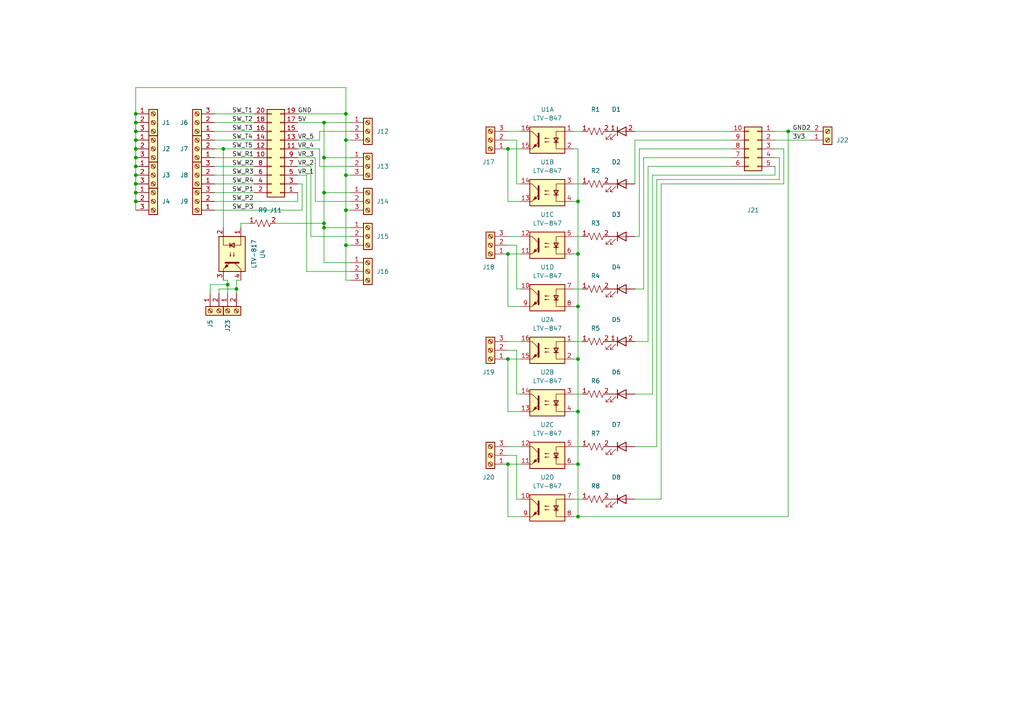
<source format=kicad_sch>
(kicad_sch (version 20230121) (generator eeschema)
  (paper "A4")
  (lib_symbols
    (symbol "Connector:Screw_Terminal_01x02" (pin_names (offset 1.016) hide)
      (property "Reference" "J" (at 0 2.54 0))
      (property "Value" "Screw_Terminal_01x02" (at 0 -5.08 0))
      (symbol "Screw_Terminal_01x02_1_1"
        (rectangle (start -1.27 1.27) (end 1.27 -3.81) (stroke (width 0.254)) (fill (type background)))
        (circle (center 0 -2.54) (radius 0.635) (stroke (width 0.1524)))
        (polyline (pts (xy -0.5334 -2.2098) (xy 0.3302 -3.048)) (stroke (width 0.1524)))
        (polyline (pts (xy -0.5334 0.3302) (xy 0.3302 -0.508)) (stroke (width 0.1524)))
        (polyline (pts (xy -0.3556 -2.032) (xy 0.508 -2.8702)) (stroke (width 0.1524)))
        (polyline (pts (xy -0.3556 0.508) (xy 0.508 -0.3302)) (stroke (width 0.1524)))
        (circle (center 0 0) (radius 0.635) (stroke (width 0.1524)))
        (pin passive line (at -5.08 0 0) (length 3.81) (name "Pin_1") (number "1"))
        (pin passive line (at -5.08 -2.54 0) (length 3.81) (name "Pin_2") (number "2"))
      )
    )
    (symbol "Connector:Screw_Terminal_01x03" (pin_names (offset 1.016) hide)
      (property "Reference" "J" (at 0 5.08 0))
      (property "Value" "Screw_Terminal_01x03" (at 0 -5.08 0))
      (symbol "Screw_Terminal_01x03_1_1"
        (rectangle (start -1.27 3.81) (end 1.27 -3.81) (stroke (width 0.254)) (fill (type background)))
        (circle (center 0 -2.54) (radius 0.635) (stroke (width 0.1524)))
        (polyline (pts (xy -0.5334 -2.2098) (xy 0.3302 -3.048)) (stroke (width 0.1524)))
        (polyline (pts (xy -0.5334 0.3302) (xy 0.3302 -0.508)) (stroke (width 0.1524)))
        (polyline (pts (xy -0.5334 2.8702) (xy 0.3302 2.032)) (stroke (width 0.1524)))
        (polyline (pts (xy -0.3556 -2.032) (xy 0.508 -2.8702)) (stroke (width 0.1524)))
        (polyline (pts (xy -0.3556 0.508) (xy 0.508 -0.3302)) (stroke (width 0.1524)))
        (polyline (pts (xy -0.3556 3.048) (xy 0.508 2.2098)) (stroke (width 0.1524)))
        (circle (center 0 0) (radius 0.635) (stroke (width 0.1524)))
        (circle (center 0 2.54) (radius 0.635) (stroke (width 0.1524)))
        (pin passive line (at -5.08 2.54 0) (length 3.81) (name "Pin_1") (number "1"))
        (pin passive line (at -5.08 0 0) (length 3.81) (name "Pin_2") (number "2"))
        (pin passive line (at -5.08 -2.54 0) (length 3.81) (name "Pin_3") (number "3"))
      )
    )
    (symbol "Connector_Generic:Conn_02x05_Counter_Clockwise" (pin_names (offset 1.016) hide)
      (property "Reference" "J" (at 1.27 7.62 0))
      (property "Value" "Conn_02x05_Counter_Clockwise" (at 1.27 -7.62 0))
      (symbol "Conn_02x05_Counter_Clockwise_1_1"
        (rectangle (start -1.27 -4.953) (end 0 -5.207) (stroke (width 0.1524)))
        (rectangle (start -1.27 -2.413) (end 0 -2.667) (stroke (width 0.1524)))
        (rectangle (start -1.27 0.127) (end 0 -0.127) (stroke (width 0.1524)))
        (rectangle (start -1.27 2.667) (end 0 2.413) (stroke (width 0.1524)))
        (rectangle (start -1.27 5.207) (end 0 4.953) (stroke (width 0.1524)))
        (rectangle (start -1.27 6.35) (end 3.81 -6.35) (stroke (width 0.254)) (fill (type background)))
        (rectangle (start 3.81 -4.953) (end 2.54 -5.207) (stroke (width 0.1524)))
        (rectangle (start 3.81 -2.413) (end 2.54 -2.667) (stroke (width 0.1524)))
        (rectangle (start 3.81 0.127) (end 2.54 -0.127) (stroke (width 0.1524)))
        (rectangle (start 3.81 2.667) (end 2.54 2.413) (stroke (width 0.1524)))
        (rectangle (start 3.81 5.207) (end 2.54 4.953) (stroke (width 0.1524)))
        (pin passive line (at -5.08 5.08 0) (length 3.81) (name "Pin_1") (number "1"))
        (pin passive line (at 7.62 5.08 180) (length 3.81) (name "Pin_10") (number "10"))
        (pin passive line (at -5.08 2.54 0) (length 3.81) (name "Pin_2") (number "2"))
        (pin passive line (at -5.08 0 0) (length 3.81) (name "Pin_3") (number "3"))
        (pin passive line (at -5.08 -2.54 0) (length 3.81) (name "Pin_4") (number "4"))
        (pin passive line (at -5.08 -5.08 0) (length 3.81) (name "Pin_5") (number "5"))
        (pin passive line (at 7.62 -5.08 180) (length 3.81) (name "Pin_6") (number "6"))
        (pin passive line (at 7.62 -2.54 180) (length 3.81) (name "Pin_7") (number "7"))
        (pin passive line (at 7.62 0 180) (length 3.81) (name "Pin_8") (number "8"))
        (pin passive line (at 7.62 2.54 180) (length 3.81) (name "Pin_9") (number "9"))
      )
    )
    (symbol "Connector_Generic:Conn_02x10_Odd_Even" (pin_names (offset 1.016) hide)
      (property "Reference" "J" (at 1.27 12.7 0))
      (property "Value" "Conn_02x10_Odd_Even" (at 1.27 -15.24 0))
      (symbol "Conn_02x10_Odd_Even_1_1"
        (rectangle (start -1.27 -12.573) (end 0 -12.827) (stroke (width 0.1524)))
        (rectangle (start -1.27 -10.033) (end 0 -10.287) (stroke (width 0.1524)))
        (rectangle (start -1.27 -7.493) (end 0 -7.747) (stroke (width 0.1524)))
        (rectangle (start -1.27 -4.953) (end 0 -5.207) (stroke (width 0.1524)))
        (rectangle (start -1.27 -2.413) (end 0 -2.667) (stroke (width 0.1524)))
        (rectangle (start -1.27 0.127) (end 0 -0.127) (stroke (width 0.1524)))
        (rectangle (start -1.27 2.667) (end 0 2.413) (stroke (width 0.1524)))
        (rectangle (start -1.27 5.207) (end 0 4.953) (stroke (width 0.1524)))
        (rectangle (start -1.27 7.747) (end 0 7.493) (stroke (width 0.1524)))
        (rectangle (start -1.27 10.287) (end 0 10.033) (stroke (width 0.1524)))
        (rectangle (start -1.27 11.43) (end 3.81 -13.97) (stroke (width 0.254)) (fill (type background)))
        (rectangle (start 3.81 -12.573) (end 2.54 -12.827) (stroke (width 0.1524)))
        (rectangle (start 3.81 -10.033) (end 2.54 -10.287) (stroke (width 0.1524)))
        (rectangle (start 3.81 -7.493) (end 2.54 -7.747) (stroke (width 0.1524)))
        (rectangle (start 3.81 -4.953) (end 2.54 -5.207) (stroke (width 0.1524)))
        (rectangle (start 3.81 -2.413) (end 2.54 -2.667) (stroke (width 0.1524)))
        (rectangle (start 3.81 0.127) (end 2.54 -0.127) (stroke (width 0.1524)))
        (rectangle (start 3.81 2.667) (end 2.54 2.413) (stroke (width 0.1524)))
        (rectangle (start 3.81 5.207) (end 2.54 4.953) (stroke (width 0.1524)))
        (rectangle (start 3.81 7.747) (end 2.54 7.493) (stroke (width 0.1524)))
        (rectangle (start 3.81 10.287) (end 2.54 10.033) (stroke (width 0.1524)))
        (pin passive line (at -5.08 10.16 0) (length 3.81) (name "Pin_1") (number "1"))
        (pin passive line (at 7.62 0 180) (length 3.81) (name "Pin_10") (number "10"))
        (pin passive line (at -5.08 -2.54 0) (length 3.81) (name "Pin_11") (number "11"))
        (pin passive line (at 7.62 -2.54 180) (length 3.81) (name "Pin_12") (number "12"))
        (pin passive line (at -5.08 -5.08 0) (length 3.81) (name "Pin_13") (number "13"))
        (pin passive line (at 7.62 -5.08 180) (length 3.81) (name "Pin_14") (number "14"))
        (pin passive line (at -5.08 -7.62 0) (length 3.81) (name "Pin_15") (number "15"))
        (pin passive line (at 7.62 -7.62 180) (length 3.81) (name "Pin_16") (number "16"))
        (pin passive line (at -5.08 -10.16 0) (length 3.81) (name "Pin_17") (number "17"))
        (pin passive line (at 7.62 -10.16 180) (length 3.81) (name "Pin_18") (number "18"))
        (pin passive line (at -5.08 -12.7 0) (length 3.81) (name "Pin_19") (number "19"))
        (pin passive line (at 7.62 10.16 180) (length 3.81) (name "Pin_2") (number "2"))
        (pin passive line (at 7.62 -12.7 180) (length 3.81) (name "Pin_20") (number "20"))
        (pin passive line (at -5.08 7.62 0) (length 3.81) (name "Pin_3") (number "3"))
        (pin passive line (at 7.62 7.62 180) (length 3.81) (name "Pin_4") (number "4"))
        (pin passive line (at -5.08 5.08 0) (length 3.81) (name "Pin_5") (number "5"))
        (pin passive line (at 7.62 5.08 180) (length 3.81) (name "Pin_6") (number "6"))
        (pin passive line (at -5.08 2.54 0) (length 3.81) (name "Pin_7") (number "7"))
        (pin passive line (at 7.62 2.54 180) (length 3.81) (name "Pin_8") (number "8"))
        (pin passive line (at -5.08 0 0) (length 3.81) (name "Pin_9") (number "9"))
      )
    )
    (symbol "Device:LED" (pin_numbers hide) (pin_names (offset 1.016) hide)
      (property "Reference" "D" (at 0 2.54 0))
      (property "Value" "LED" (at 0 -2.54 0))
      (symbol "LED_0_1"
        (polyline (pts (xy -1.27 -1.27) (xy -1.27 1.27)) (stroke (width 0.254)))
        (polyline (pts (xy -1.27 0) (xy 1.27 0)))
        (polyline (pts (xy 1.27 -1.27) (xy 1.27 1.27) (xy -1.27 0) (xy 1.27 -1.27)) (stroke (width 0.254)))
        (polyline (pts (xy -3.048 -0.762) (xy -4.572 -2.286) (xy -3.81 -2.286) (xy -4.572 -2.286) (xy -4.572 -1.524)))
        (polyline (pts (xy -1.778 -0.762) (xy -3.302 -2.286) (xy -2.54 -2.286) (xy -3.302 -2.286) (xy -3.302 -1.524)))
      )
      (symbol "LED_1_1"
        (pin passive line (at -3.81 0 0) (length 2.54) (name "K") (number "1"))
        (pin passive line (at 3.81 0 180) (length 2.54) (name "A") (number "2"))
      )
    )
    (symbol "Device:R_US" (pin_names (offset 0))
      (property "Reference" "R" (at 2.54 0 90))
      (property "Value" "R_US" (at -2.54 0 90))
      (symbol "R_US_0_1"
        (polyline (pts (xy 0 -2.286) (xy 0 -2.54)))
        (polyline (pts (xy 0 2.286) (xy 0 2.54)))
        (polyline (pts (xy 0 -0.762) (xy 1.016 -1.143) (xy 0 -1.524) (xy -1.016 -1.905) (xy 0 -2.286)))
        (polyline (pts (xy 0 0.762) (xy 1.016 0.381) (xy 0 0) (xy -1.016 -0.381) (xy 0 -0.762)))
        (polyline (pts (xy 0 2.286) (xy 1.016 1.905) (xy 0 1.524) (xy -1.016 1.143) (xy 0 0.762)))
      )
      (symbol "R_US_1_1"
        (pin passive line (at 0 3.81 270) (length 1.27) (name "~") (number "1"))
        (pin passive line (at 0 -3.81 90) (length 1.27) (name "~") (number "2"))
      )
    )
    (symbol "Isolator:LTV-817" (pin_names (offset 1.016))
      (property "Reference" "U" (at -5.08 5.08 0))
      (property "Value" "LTV-817" (at 0 5.08 0))
      (symbol "LTV-817_0_1"
        (rectangle (start -5.08 3.81) (end 5.08 -3.81) (stroke (width 0.254)) (fill (type background)))
        (polyline (pts (xy -3.175 -0.635) (xy -1.905 -0.635)) (stroke (width 0.254)))
        (polyline (pts (xy 2.54 0.635) (xy 4.445 2.54)))
        (polyline (pts (xy 4.445 -2.54) (xy 2.54 -0.635)) (fill (type outline)))
        (polyline (pts (xy 4.445 -2.54) (xy 5.08 -2.54)))
        (polyline (pts (xy 4.445 2.54) (xy 5.08 2.54)))
        (polyline (pts (xy -5.08 2.54) (xy -2.54 2.54) (xy -2.54 -0.762)))
        (polyline (pts (xy -2.54 -0.635) (xy -2.54 -2.54) (xy -5.08 -2.54)))
        (polyline (pts (xy 2.54 1.905) (xy 2.54 -1.905) (xy 2.54 -1.905)) (stroke (width 0.508)))
        (polyline (pts (xy -2.54 -0.635) (xy -3.175 0.635) (xy -1.905 0.635) (xy -2.54 -0.635)) (stroke (width 0.254)))
        (polyline (pts (xy -0.508 -0.508) (xy 0.762 -0.508) (xy 0.381 -0.635) (xy 0.381 -0.381) (xy 0.762 -0.508)))
        (polyline (pts (xy -0.508 0.508) (xy 0.762 0.508) (xy 0.381 0.381) (xy 0.381 0.635) (xy 0.762 0.508)))
        (polyline (pts (xy 3.048 -1.651) (xy 3.556 -1.143) (xy 4.064 -2.159) (xy 3.048 -1.651) (xy 3.048 -1.651)) (fill (type outline)))
      )
      (symbol "LTV-817_1_1"
        (pin passive line (at -7.62 2.54 0) (length 2.54) (name "~") (number "1"))
        (pin passive line (at -7.62 -2.54 0) (length 2.54) (name "~") (number "2"))
        (pin passive line (at 7.62 -2.54 180) (length 2.54) (name "~") (number "3"))
        (pin passive line (at 7.62 2.54 180) (length 2.54) (name "~") (number "4"))
      )
    )
    (symbol "Isolator:LTV-847" (pin_names (offset 1.016))
      (property "Reference" "U" (at -5.08 5.08 0))
      (property "Value" "LTV-847" (at 0 5.08 0))
      (symbol "LTV-847_0_1"
        (rectangle (start -5.08 3.81) (end 5.08 -3.81) (stroke (width 0.254)) (fill (type background)))
        (polyline (pts (xy -3.175 -0.635) (xy -1.905 -0.635)) (stroke (width 0.254)))
        (polyline (pts (xy 2.54 0.635) (xy 4.445 2.54)))
        (polyline (pts (xy 4.445 -2.54) (xy 2.54 -0.635)) (fill (type outline)))
        (polyline (pts (xy 4.445 -2.54) (xy 5.08 -2.54)))
        (polyline (pts (xy 4.445 2.54) (xy 5.08 2.54)))
        (polyline (pts (xy -2.54 -0.635) (xy -2.54 -2.54) (xy -5.08 -2.54)))
        (polyline (pts (xy 2.54 1.905) (xy 2.54 -1.905) (xy 2.54 -1.905)) (stroke (width 0.508)))
        (polyline (pts (xy -5.08 2.54) (xy -2.54 2.54) (xy -2.54 -1.27) (xy -2.54 0.635)))
        (polyline (pts (xy -2.54 -0.635) (xy -3.175 0.635) (xy -1.905 0.635) (xy -2.54 -0.635)) (stroke (width 0.254)))
        (polyline (pts (xy -0.508 -0.508) (xy 0.762 -0.508) (xy 0.381 -0.635) (xy 0.381 -0.381) (xy 0.762 -0.508)))
        (polyline (pts (xy -0.508 0.508) (xy 0.762 0.508) (xy 0.381 0.381) (xy 0.381 0.635) (xy 0.762 0.508)))
        (polyline (pts (xy 3.048 -1.651) (xy 3.556 -1.143) (xy 4.064 -2.159) (xy 3.048 -1.651) (xy 3.048 -1.651)) (fill (type outline)))
      )
      (symbol "LTV-847_1_1"
        (pin passive line (at -7.62 2.54 0) (length 2.54) (name "~") (number "1"))
        (pin passive line (at 7.62 -2.54 180) (length 2.54) (name "~") (number "15"))
        (pin passive line (at 7.62 2.54 180) (length 2.54) (name "~") (number "16"))
        (pin passive line (at -7.62 -2.54 0) (length 2.54) (name "~") (number "2"))
      )
      (symbol "LTV-847_2_1"
        (pin passive line (at 7.62 -2.54 180) (length 2.54) (name "~") (number "13"))
        (pin passive line (at 7.62 2.54 180) (length 2.54) (name "~") (number "14"))
        (pin passive line (at -7.62 2.54 0) (length 2.54) (name "~") (number "3"))
        (pin passive line (at -7.62 -2.54 0) (length 2.54) (name "~") (number "4"))
      )
      (symbol "LTV-847_3_1"
        (pin passive line (at 7.62 -2.54 180) (length 2.54) (name "~") (number "11"))
        (pin passive line (at 7.62 2.54 180) (length 2.54) (name "~") (number "12"))
        (pin passive line (at -7.62 2.54 0) (length 2.54) (name "~") (number "5"))
        (pin passive line (at -7.62 -2.54 0) (length 2.54) (name "~") (number "6"))
      )
      (symbol "LTV-847_4_1"
        (pin passive line (at 7.62 2.54 180) (length 2.54) (name "~") (number "10"))
        (pin passive line (at -7.62 2.54 0) (length 2.54) (name "~") (number "7"))
        (pin passive line (at -7.62 -2.54 0) (length 2.54) (name "~") (number "8"))
        (pin passive line (at 7.62 -2.54 180) (length 2.54) (name "~") (number "9"))
      )
    )
    (symbol "LED_1" (pin_names (offset 1.016) hide)
      (property "Reference" "D" (at 0 2.54 0))
      (property "Value" "LED_1" (at 0 -2.54 0))
      (symbol "LED_1_0_1"
        (polyline (pts (xy -1.27 -1.27) (xy -1.27 1.27)) (stroke (width 0.254)))
        (polyline (pts (xy -1.27 0) (xy 1.27 0)))
        (polyline (pts (xy 1.27 -1.27) (xy 1.27 1.27) (xy -1.27 0) (xy 1.27 -1.27)) (stroke (width 0.254)))
        (polyline (pts (xy -3.048 -0.762) (xy -4.572 -2.286) (xy -3.81 -2.286) (xy -4.572 -2.286) (xy -4.572 -1.524)))
        (polyline (pts (xy -1.778 -0.762) (xy -3.302 -2.286) (xy -2.54 -2.286) (xy -3.302 -2.286) (xy -3.302 -1.524)))
      )
      (symbol "LED_1_1_1"
        (pin passive line (at -3.81 0 0) (length 2.54) (name "K") (number "1"))
        (pin passive line (at 3.81 0 180) (length 2.54) (name "A") (number "2"))
      )
    )
    (symbol "LED_2" (pin_names (offset 1.016) hide)
      (property "Reference" "D" (at 0 2.54 0))
      (property "Value" "LED_2" (at 0 -2.54 0))
      (symbol "LED_2_0_1"
        (polyline (pts (xy -1.27 -1.27) (xy -1.27 1.27)) (stroke (width 0.254)))
        (polyline (pts (xy -1.27 0) (xy 1.27 0)))
        (polyline (pts (xy 1.27 -1.27) (xy 1.27 1.27) (xy -1.27 0) (xy 1.27 -1.27)) (stroke (width 0.254)))
        (polyline (pts (xy -3.048 -0.762) (xy -4.572 -2.286) (xy -3.81 -2.286) (xy -4.572 -2.286) (xy -4.572 -1.524)))
        (polyline (pts (xy -1.778 -0.762) (xy -3.302 -2.286) (xy -2.54 -2.286) (xy -3.302 -2.286) (xy -3.302 -1.524)))
      )
      (symbol "LED_2_1_1"
        (pin passive line (at -3.81 0 0) (length 2.54) (name "K") (number "1"))
        (pin passive line (at 3.81 0 180) (length 2.54) (name "A") (number "2"))
      )
    )
    (symbol "R_US_1" (pin_names (offset 0))
      (property "Reference" "R" (at 2.54 0 90))
      (property "Value" "R_US_1" (at -2.54 0 90))
      (symbol "R_US_1_0_1"
        (polyline (pts (xy 0 -2.286) (xy 0 -2.54)))
        (polyline (pts (xy 0 2.286) (xy 0 2.54)))
        (polyline (pts (xy 0 -0.762) (xy 1.016 -1.143) (xy 0 -1.524) (xy -1.016 -1.905) (xy 0 -2.286)))
        (polyline (pts (xy 0 0.762) (xy 1.016 0.381) (xy 0 0) (xy -1.016 -0.381) (xy 0 -0.762)))
        (polyline (pts (xy 0 2.286) (xy 1.016 1.905) (xy 0 1.524) (xy -1.016 1.143) (xy 0 0.762)))
      )
      (symbol "R_US_1_1_1"
        (pin passive line (at 0 3.81 270) (length 1.27) (name "~") (number "1"))
        (pin passive line (at 0 -3.81 90) (length 1.27) (name "~") (number "2"))
      )
    )
    (symbol "R_US_2" (pin_names (offset 0))
      (property "Reference" "R" (at 2.54 0 90))
      (property "Value" "R_US_2" (at -2.54 0 90))
      (symbol "R_US_2_0_1"
        (polyline (pts (xy 0 -2.286) (xy 0 -2.54)))
        (polyline (pts (xy 0 2.286) (xy 0 2.54)))
        (polyline (pts (xy 0 -0.762) (xy 1.016 -1.143) (xy 0 -1.524) (xy -1.016 -1.905) (xy 0 -2.286)))
        (polyline (pts (xy 0 0.762) (xy 1.016 0.381) (xy 0 0) (xy -1.016 -0.381) (xy 0 -0.762)))
        (polyline (pts (xy 0 2.286) (xy 1.016 1.905) (xy 0 1.524) (xy -1.016 1.143) (xy 0 0.762)))
      )
      (symbol "R_US_2_1_1"
        (pin passive line (at 0 3.81 270) (length 1.27) (name "~") (number "1"))
        (pin passive line (at 0 -3.81 90) (length 1.27) (name "~") (number "2"))
      )
    )
    (symbol "R_US_3" (pin_names (offset 0))
      (property "Reference" "R" (at 2.54 0 90))
      (property "Value" "R_US_3" (at -2.54 0 90))
      (symbol "R_US_3_0_1"
        (polyline (pts (xy 0 -2.286) (xy 0 -2.54)))
        (polyline (pts (xy 0 2.286) (xy 0 2.54)))
        (polyline (pts (xy 0 -0.762) (xy 1.016 -1.143) (xy 0 -1.524) (xy -1.016 -1.905) (xy 0 -2.286)))
        (polyline (pts (xy 0 0.762) (xy 1.016 0.381) (xy 0 0) (xy -1.016 -0.381) (xy 0 -0.762)))
        (polyline (pts (xy 0 2.286) (xy 1.016 1.905) (xy 0 1.524) (xy -1.016 1.143) (xy 0 0.762)))
      )
      (symbol "R_US_3_1_1"
        (pin passive line (at 0 3.81 270) (length 1.27) (name "~") (number "1"))
        (pin passive line (at 0 -3.81 90) (length 1.27) (name "~") (number "2"))
      )
    )
    (symbol "R_US_4" (pin_names (offset 0))
      (property "Reference" "R" (at 2.54 0 90))
      (property "Value" "R_US_4" (at -2.54 0 90))
      (symbol "R_US_4_0_1"
        (polyline (pts (xy 0 -2.286) (xy 0 -2.54)))
        (polyline (pts (xy 0 2.286) (xy 0 2.54)))
        (polyline (pts (xy 0 -0.762) (xy 1.016 -1.143) (xy 0 -1.524) (xy -1.016 -1.905) (xy 0 -2.286)))
        (polyline (pts (xy 0 0.762) (xy 1.016 0.381) (xy 0 0) (xy -1.016 -0.381) (xy 0 -0.762)))
        (polyline (pts (xy 0 2.286) (xy 1.016 1.905) (xy 0 1.524) (xy -1.016 1.143) (xy 0 0.762)))
      )
      (symbol "R_US_4_1_1"
        (pin passive line (at 0 3.81 270) (length 1.27) (name "~") (number "1"))
        (pin passive line (at 0 -3.81 90) (length 1.27) (name "~") (number "2"))
      )
    )
    (symbol "R_US_5" (pin_names (offset 0))
      (property "Reference" "R" (at 2.54 0 90))
      (property "Value" "R_US_5" (at -2.54 0 90))
      (symbol "R_US_5_0_1"
        (polyline (pts (xy 0 -2.286) (xy 0 -2.54)))
        (polyline (pts (xy 0 2.286) (xy 0 2.54)))
        (polyline (pts (xy 0 -0.762) (xy 1.016 -1.143) (xy 0 -1.524) (xy -1.016 -1.905) (xy 0 -2.286)))
        (polyline (pts (xy 0 0.762) (xy 1.016 0.381) (xy 0 0) (xy -1.016 -0.381) (xy 0 -0.762)))
        (polyline (pts (xy 0 2.286) (xy 1.016 1.905) (xy 0 1.524) (xy -1.016 1.143) (xy 0 0.762)))
      )
      (symbol "R_US_5_1_1"
        (pin passive line (at 0 3.81 270) (length 1.27) (name "~") (number "1"))
        (pin passive line (at 0 -3.81 90) (length 1.27) (name "~") (number "2"))
      )
    )
    (symbol "R_US_6" (pin_names (offset 0))
      (property "Reference" "R" (at 2.54 0 90))
      (property "Value" "R_US_6" (at -2.54 0 90))
      (symbol "R_US_6_0_1"
        (polyline (pts (xy 0 -2.286) (xy 0 -2.54)))
        (polyline (pts (xy 0 2.286) (xy 0 2.54)))
        (polyline (pts (xy 0 -0.762) (xy 1.016 -1.143) (xy 0 -1.524) (xy -1.016 -1.905) (xy 0 -2.286)))
        (polyline (pts (xy 0 0.762) (xy 1.016 0.381) (xy 0 0) (xy -1.016 -0.381) (xy 0 -0.762)))
        (polyline (pts (xy 0 2.286) (xy 1.016 1.905) (xy 0 1.524) (xy -1.016 1.143) (xy 0 0.762)))
      )
      (symbol "R_US_6_1_1"
        (pin passive line (at 0 3.81 270) (length 1.27) (name "~") (number "1"))
        (pin passive line (at 0 -3.81 90) (length 1.27) (name "~") (number "2"))
      )
    )
    (symbol "R_US_7" (pin_names (offset 0))
      (property "Reference" "R" (at 2.54 0 90))
      (property "Value" "R_US_7" (at -2.54 0 90))
      (symbol "R_US_7_0_1"
        (polyline (pts (xy 0 -2.286) (xy 0 -2.54)))
        (polyline (pts (xy 0 2.286) (xy 0 2.54)))
        (polyline (pts (xy 0 -0.762) (xy 1.016 -1.143) (xy 0 -1.524) (xy -1.016 -1.905) (xy 0 -2.286)))
        (polyline (pts (xy 0 0.762) (xy 1.016 0.381) (xy 0 0) (xy -1.016 -0.381) (xy 0 -0.762)))
        (polyline (pts (xy 0 2.286) (xy 1.016 1.905) (xy 0 1.524) (xy -1.016 1.143) (xy 0 0.762)))
      )
      (symbol "R_US_7_1_1"
        (pin passive line (at 0 3.81 270) (length 1.27) (name "~") (number "1"))
        (pin passive line (at 0 -3.81 90) (length 1.27) (name "~") (number "2"))
      )
    )
  )
  (junction (at 100.33 40.64))
  (junction (at 93.98 64.77))
  (junction (at 147.32 134.62))
  (junction (at 39.37 40.64))
  (junction (at 39.37 53.34))
  (junction (at 93.98 66.04))
  (junction (at 100.33 33.02))
  (junction (at 167.64 88.9))
  (junction (at 39.37 43.18))
  (junction (at 93.98 45.72))
  (junction (at 167.64 134.62))
  (junction (at 39.37 50.8))
  (junction (at 228.6 38.1))
  (junction (at 66.04 82.55))
  (junction (at 39.37 55.88))
  (junction (at 39.37 48.26))
  (junction (at 147.32 104.14))
  (junction (at 64.77 43.18))
  (junction (at 100.33 50.8))
  (junction (at 93.98 35.56))
  (junction (at 39.37 33.02))
  (junction (at 167.64 58.42))
  (junction (at 147.32 43.18))
  (junction (at 39.37 35.56))
  (junction (at 93.98 55.88))
  (junction (at 167.64 104.14))
  (junction (at 39.37 45.72))
  (junction (at 39.37 38.1))
  (junction (at 100.33 60.96))
  (junction (at 39.37 58.42))
  (junction (at 147.32 73.66))
  (junction (at 68.58 83.82))
  (junction (at 100.33 71.12))
  (junction (at 167.64 149.86))
  (junction (at 167.64 73.66))
  (junction (at 167.64 119.38))
  (wire (pts (xy 62.23 33.02) (xy 73.66 33.02)))
  (wire (pts (xy 190.5 52.07) (xy 190.5 129.54)))
  (wire (pts (xy 62.23 60.96) (xy 87.63 60.96)))
  (wire (pts (xy 184.15 38.1) (xy 212.09 38.1)))
  (wire (pts (xy 166.37 104.14) (xy 167.64 104.14)))
  (wire (pts (xy 39.37 35.56) (xy 39.37 38.1)))
  (wire (pts (xy 147.32 38.1) (xy 151.13 38.1)))
  (wire (pts (xy 69.85 64.77) (xy 72.39 64.77)))
  (wire (pts (xy 189.23 50.8) (xy 224.79 50.8)))
  (wire (pts (xy 228.6 149.86) (xy 228.6 38.1)))
  (wire (pts (xy 62.23 53.34) (xy 73.66 53.34)))
  (wire (pts (xy 147.32 119.38) (xy 151.13 119.38)))
  (wire (pts (xy 168.91 83.82) (xy 166.37 83.82)))
  (wire (pts (xy 86.36 35.56) (xy 93.98 35.56)))
  (wire (pts (xy 80.01 64.77) (xy 93.98 64.77)))
  (wire (pts (xy 167.64 73.66) (xy 167.64 88.9)))
  (wire (pts (xy 167.64 134.62) (xy 167.64 149.86)))
  (wire (pts (xy 88.9 78.74) (xy 88.9 50.8)))
  (wire (pts (xy 166.37 88.9) (xy 167.64 88.9)))
  (wire (pts (xy 149.86 144.78) (xy 149.86 132.08)))
  (wire (pts (xy 39.37 50.8) (xy 39.37 53.34)))
  (wire (pts (xy 166.37 58.42) (xy 167.64 58.42)))
  (wire (pts (xy 147.32 134.62) (xy 151.13 134.62)))
  (wire (pts (xy 147.32 43.18) (xy 147.32 58.42)))
  (wire (pts (xy 167.64 43.18) (xy 167.64 58.42)))
  (wire (pts (xy 93.98 55.88) (xy 93.98 64.77)))
  (wire (pts (xy 93.98 35.56) (xy 101.6 35.56)))
  (wire (pts (xy 68.58 83.82) (xy 68.58 85.09)))
  (wire (pts (xy 62.23 35.56) (xy 73.66 35.56)))
  (wire (pts (xy 167.64 88.9) (xy 167.64 104.14)))
  (wire (pts (xy 212.09 43.18) (xy 185.42 43.18)))
  (wire (pts (xy 224.79 45.72) (xy 226.06 45.72)))
  (wire (pts (xy 227.33 43.18) (xy 227.33 53.34)))
  (wire (pts (xy 226.06 52.07) (xy 190.5 52.07)))
  (wire (pts (xy 186.69 83.82) (xy 186.69 45.72)))
  (wire (pts (xy 151.13 53.34) (xy 149.86 53.34)))
  (wire (pts (xy 147.32 88.9) (xy 151.13 88.9)))
  (wire (pts (xy 101.6 81.28) (xy 100.33 81.28)))
  (wire (pts (xy 147.32 43.18) (xy 151.13 43.18)))
  (wire (pts (xy 90.17 48.26) (xy 86.36 48.26)))
  (wire (pts (xy 151.13 144.78) (xy 149.86 144.78)))
  (wire (pts (xy 62.23 38.1) (xy 73.66 38.1)))
  (wire (pts (xy 62.23 43.18) (xy 64.77 43.18)))
  (wire (pts (xy 39.37 40.64) (xy 39.37 43.18)))
  (wire (pts (xy 68.58 81.28) (xy 69.85 81.28)))
  (wire (pts (xy 93.98 64.77) (xy 93.98 66.04)))
  (wire (pts (xy 184.15 40.64) (xy 212.09 40.64)))
  (wire (pts (xy 91.44 58.42) (xy 91.44 45.72)))
  (wire (pts (xy 166.37 149.86) (xy 167.64 149.86)))
  (wire (pts (xy 100.33 33.02) (xy 100.33 40.64)))
  (wire (pts (xy 63.5 83.82) (xy 68.58 83.82)))
  (wire (pts (xy 60.96 82.55) (xy 66.04 82.55)))
  (wire (pts (xy 92.71 40.64) (xy 86.36 40.64)))
  (wire (pts (xy 66.04 81.28) (xy 66.04 82.55)))
  (wire (pts (xy 62.23 48.26) (xy 73.66 48.26)))
  (wire (pts (xy 224.79 48.26) (xy 224.79 50.8)))
  (wire (pts (xy 101.6 60.96) (xy 100.33 60.96)))
  (wire (pts (xy 39.37 55.88) (xy 39.37 58.42)))
  (wire (pts (xy 39.37 58.42) (xy 39.37 60.96)))
  (wire (pts (xy 187.96 48.26) (xy 187.96 99.06)))
  (wire (pts (xy 166.37 73.66) (xy 167.64 73.66)))
  (wire (pts (xy 93.98 45.72) (xy 93.98 55.88)))
  (wire (pts (xy 189.23 114.3) (xy 189.23 50.8)))
  (wire (pts (xy 151.13 149.86) (xy 147.32 149.86)))
  (wire (pts (xy 101.6 71.12) (xy 100.33 71.12)))
  (wire (pts (xy 168.91 114.3) (xy 166.37 114.3)))
  (wire (pts (xy 167.64 119.38) (xy 167.64 134.62)))
  (wire (pts (xy 168.91 38.1) (xy 166.37 38.1)))
  (wire (pts (xy 101.6 78.74) (xy 88.9 78.74)))
  (wire (pts (xy 100.33 71.12) (xy 100.33 81.28)))
  (wire (pts (xy 191.77 53.34) (xy 191.77 144.78)))
  (wire (pts (xy 147.32 101.6) (xy 149.86 101.6)))
  (wire (pts (xy 66.04 81.28) (xy 64.77 81.28)))
  (wire (pts (xy 62.23 40.64) (xy 73.66 40.64)))
  (wire (pts (xy 39.37 53.34) (xy 39.37 55.88)))
  (wire (pts (xy 189.23 114.3) (xy 184.15 114.3)))
  (wire (pts (xy 186.69 45.72) (xy 212.09 45.72)))
  (wire (pts (xy 184.15 83.82) (xy 186.69 83.82)))
  (wire (pts (xy 100.33 60.96) (xy 100.33 71.12)))
  (wire (pts (xy 101.6 50.8) (xy 100.33 50.8)))
  (wire (pts (xy 90.17 68.58) (xy 90.17 48.26)))
  (wire (pts (xy 86.36 33.02) (xy 100.33 33.02)))
  (wire (pts (xy 64.77 43.18) (xy 73.66 43.18)))
  (wire (pts (xy 228.6 38.1) (xy 234.95 38.1)))
  (wire (pts (xy 93.98 55.88) (xy 101.6 55.88)))
  (wire (pts (xy 226.06 45.72) (xy 226.06 52.07)))
  (wire (pts (xy 62.23 58.42) (xy 86.36 58.42)))
  (wire (pts (xy 92.71 43.18) (xy 86.36 43.18)))
  (wire (pts (xy 39.37 48.26) (xy 39.37 50.8)))
  (wire (pts (xy 147.32 99.06) (xy 151.13 99.06)))
  (wire (pts (xy 92.71 38.1) (xy 92.71 40.64)))
  (wire (pts (xy 190.5 129.54) (xy 184.15 129.54)))
  (wire (pts (xy 101.6 58.42) (xy 91.44 58.42)))
  (wire (pts (xy 168.91 99.06) (xy 166.37 99.06)))
  (wire (pts (xy 62.23 45.72) (xy 73.66 45.72)))
  (wire (pts (xy 187.96 99.06) (xy 184.15 99.06)))
  (wire (pts (xy 168.91 68.58) (xy 166.37 68.58)))
  (wire (pts (xy 185.42 43.18) (xy 185.42 68.58)))
  (wire (pts (xy 149.86 53.34) (xy 149.86 40.64)))
  (wire (pts (xy 167.64 104.14) (xy 167.64 119.38)))
  (wire (pts (xy 91.44 45.72) (xy 86.36 45.72)))
  (wire (pts (xy 101.6 40.64) (xy 100.33 40.64)))
  (wire (pts (xy 39.37 38.1) (xy 39.37 40.64)))
  (wire (pts (xy 166.37 43.18) (xy 167.64 43.18)))
  (wire (pts (xy 224.79 38.1) (xy 228.6 38.1)))
  (wire (pts (xy 151.13 83.82) (xy 149.86 83.82)))
  (wire (pts (xy 93.98 66.04) (xy 101.6 66.04)))
  (wire (pts (xy 66.04 82.55) (xy 66.04 85.09)))
  (wire (pts (xy 147.32 68.58) (xy 151.13 68.58)))
  (wire (pts (xy 100.33 40.64) (xy 100.33 50.8)))
  (wire (pts (xy 147.32 71.12) (xy 149.86 71.12)))
  (wire (pts (xy 227.33 53.34) (xy 191.77 53.34)))
  (wire (pts (xy 39.37 45.72) (xy 39.37 48.26)))
  (wire (pts (xy 100.33 25.4) (xy 100.33 33.02)))
  (wire (pts (xy 100.33 60.96) (xy 100.33 50.8)))
  (wire (pts (xy 64.77 43.18) (xy 64.77 66.04)))
  (wire (pts (xy 63.5 83.82) (xy 63.5 85.09)))
  (wire (pts (xy 93.98 76.2) (xy 101.6 76.2)))
  (wire (pts (xy 168.91 144.78) (xy 166.37 144.78)))
  (wire (pts (xy 184.15 40.64) (xy 184.15 53.34)))
  (wire (pts (xy 62.23 55.88) (xy 73.66 55.88)))
  (wire (pts (xy 147.32 129.54) (xy 151.13 129.54)))
  (wire (pts (xy 167.64 58.42) (xy 167.64 73.66)))
  (wire (pts (xy 212.09 48.26) (xy 187.96 48.26)))
  (wire (pts (xy 147.32 73.66) (xy 147.32 88.9)))
  (wire (pts (xy 60.96 85.09) (xy 60.96 82.55)))
  (wire (pts (xy 39.37 25.4) (xy 100.33 25.4)))
  (wire (pts (xy 147.32 134.62) (xy 147.32 149.86)))
  (wire (pts (xy 227.33 43.18) (xy 224.79 43.18)))
  (wire (pts (xy 92.71 48.26) (xy 92.71 43.18)))
  (wire (pts (xy 147.32 104.14) (xy 151.13 104.14)))
  (wire (pts (xy 167.64 149.86) (xy 228.6 149.86)))
  (wire (pts (xy 224.79 40.64) (xy 234.95 40.64)))
  (wire (pts (xy 101.6 38.1) (xy 92.71 38.1)))
  (wire (pts (xy 93.98 66.04) (xy 93.98 76.2)))
  (wire (pts (xy 168.91 53.34) (xy 166.37 53.34)))
  (wire (pts (xy 147.32 73.66) (xy 151.13 73.66)))
  (wire (pts (xy 149.86 71.12) (xy 149.86 83.82)))
  (wire (pts (xy 87.63 53.34) (xy 87.63 60.96)))
  (wire (pts (xy 151.13 114.3) (xy 149.86 114.3)))
  (wire (pts (xy 184.15 144.78) (xy 191.77 144.78)))
  (wire (pts (xy 147.32 58.42) (xy 151.13 58.42)))
  (wire (pts (xy 166.37 119.38) (xy 167.64 119.38)))
  (wire (pts (xy 69.85 64.77) (xy 69.85 66.04)))
  (wire (pts (xy 168.91 129.54) (xy 166.37 129.54)))
  (wire (pts (xy 88.9 50.8) (xy 86.36 50.8)))
  (wire (pts (xy 39.37 33.02) (xy 39.37 35.56)))
  (wire (pts (xy 101.6 68.58) (xy 90.17 68.58)))
  (wire (pts (xy 39.37 43.18) (xy 39.37 45.72)))
  (wire (pts (xy 86.36 53.34) (xy 87.63 53.34)))
  (wire (pts (xy 147.32 132.08) (xy 149.86 132.08)))
  (wire (pts (xy 149.86 101.6) (xy 149.86 114.3)))
  (wire (pts (xy 101.6 45.72) (xy 93.98 45.72)))
  (wire (pts (xy 147.32 104.14) (xy 147.32 119.38)))
  (wire (pts (xy 147.32 40.64) (xy 149.86 40.64)))
  (wire (pts (xy 86.36 58.42) (xy 86.36 55.88)))
  (wire (pts (xy 101.6 48.26) (xy 92.71 48.26)))
  (wire (pts (xy 39.37 33.02) (xy 39.37 25.4)))
  (wire (pts (xy 184.15 68.58) (xy 185.42 68.58)))
  (wire (pts (xy 62.23 50.8) (xy 73.66 50.8)))
  (wire (pts (xy 166.37 134.62) (xy 167.64 134.62)))
  (wire (pts (xy 68.58 81.28) (xy 68.58 83.82)))
  (wire (pts (xy 93.98 45.72) (xy 93.98 35.56)))
  (label "VR_1" (at 86.36 50.8 0))
  (label "GND" (at 86.36 33.02 0))
  (label "VR_4" (at 86.36 43.18 0))
  (label "SW_T5" (at 67.31 43.18 0))
  (label "SW_P1" (at 67.31 55.88 0))
  (label "SW_T4" (at 67.31 40.64 0))
  (label "SW_R4" (at 67.31 53.34 0))
  (label "3V3" (at 229.87 40.64 0))
  (label "5V" (at 86.36 35.56 0))
  (label "VR_3" (at 86.36 45.72 0))
  (label "SW_T1" (at 67.31 33.02 0))
  (label "SW_R1" (at 67.31 45.72 0))
  (label "SW_P3" (at 67.31 60.96 0))
  (label "SW_T2" (at 67.31 35.56 0))
  (label "GND2" (at 229.87 38.1 0))
  (label "SW_T3" (at 67.31 38.1 0))
  (label "VR_2" (at 86.36 48.26 0))
  (label "SW_R3" (at 67.31 50.8 0))
  (label "SW_R2" (at 67.31 48.26 0))
  (label "VR_5" (at 86.36 40.64 0))
  (label "SW_P2" (at 67.31 58.42 0))
  (symbol (lib_id "Device:LED") (at 180.34 83.82 0) (unit 1)
    (property "Reference" "D4" (at 178.7525 77.47 0))
    (property "Value" "LED" (effects hide))
    (property "Footprint" "LED_THT:LED_D1.8mm_W3.3mm_H2.4mm" (effects hide))
  )
  (symbol (lib_id "Connector:Screw_Terminal_01x03") (at 57.15 58.42 180) (unit 1)
    (property "Reference" "J9" (at 54.61 58.42 0) (effects (justify left)))
    (property "Value" "Screw_Terminal_01x03" (effects hide))
    (property "Footprint" "TerminalBlock:TerminalBlock_bornier-3_P5.08mm" (effects hide))
  )
  (symbol (lib_id "Connector:Screw_Terminal_01x03") (at 57.15 35.56 180) (unit 1)
    (property "Reference" "J6" (at 54.61 35.56 0) (effects (justify left)))
    (property "Value" "Screw_Terminal_01x03" (effects hide))
    (property "Footprint" "TerminalBlock:TerminalBlock_bornier-3_P5.08mm" (effects hide))
  )
  (symbol (lib_id "Device:LED") (at 180.34 68.58 0) (unit 1)
    (property "Reference" "D3" (at 178.7525 62.23 0))
    (property "Value" "LED" (effects hide))
    (property "Footprint" "LED_THT:LED_D1.8mm_W3.3mm_H2.4mm" (effects hide))
  )
  (symbol (lib_id "Connector_Generic:Conn_02x05_Counter_Clockwise") (at 219.71 43.18 0) (mirror y) (unit 1)
    (property "Reference" "J21" (at 218.44 60.96 0))
    (property "Value" "IDC_SW" (effects hide))
    (property "Footprint" "Connector_IDC:IDC-Header_2x05_P2.54mm_Vertical" (effects hide))
  )
  (symbol (lib_name "R_US_2") (lib_id "Device:R_US") (at 172.72 129.54 90) (unit 1)
    (property "Reference" "R7" (at 172.72 125.73 90))
    (property "Value" "R_US" (effects hide))
    (property "Footprint" "Resistor_THT:R_Axial_DIN0204_L3.6mm_D1.6mm_P5.08mm_Horizontal" (effects hide))
  )
  (symbol (lib_id "Connector:Screw_Terminal_01x03") (at 57.15 43.18 180) (unit 1)
    (property "Reference" "J7" (at 54.61 43.18 0) (effects (justify left)))
    (property "Value" "Screw_Terminal_01x03" (effects hide))
    (property "Footprint" "TerminalBlock:TerminalBlock_bornier-3_P5.08mm" (effects hide))
  )
  (symbol (lib_id "Isolator:LTV-847") (at 158.75 40.64 0) (mirror y) (unit 1)
    (property "Reference" "U1" (at 158.75 31.75 0))
    (property "Value" "LTV-847" (at 158.75 34.29 0))
    (property "Footprint" "Package_DIP:DIP-16_W7.62mm" (effects hide))
    (property "Datasheet" "http://optoelectronics.liteon.com/upload/download/DS-70-96-0016/LTV-8X7%20series.PDF" (effects hide))
  )
  (symbol (lib_name "R_US_1") (lib_id "Device:R_US") (at 76.2 64.77 90) (unit 1)
    (property "Reference" "R9" (at 76.2 60.96 90))
    (property "Value" "R_US" (effects hide))
    (property "Footprint" "Resistor_THT:R_Axial_DIN0204_L3.6mm_D1.6mm_P5.08mm_Horizontal" (effects hide))
  )
  (symbol (lib_id "Connector:Screw_Terminal_01x03") (at 142.24 71.12 180) (unit 1)
    (property "Reference" "J18" (at 143.51 77.47 0) (effects (justify left)))
    (property "Value" "Screw_Terminal_01x03" (effects hide))
    (property "Footprint" "TerminalBlock:TerminalBlock_bornier-3_P5.08mm" (effects hide))
  )
  (symbol (lib_name "R_US_7") (lib_id "Device:R_US") (at 172.72 99.06 90) (unit 1)
    (property "Reference" "R5" (at 172.72 95.25 90))
    (property "Value" "R_US" (effects hide))
    (property "Footprint" "Resistor_THT:R_Axial_DIN0204_L3.6mm_D1.6mm_P5.08mm_Horizontal" (effects hide))
  )
  (symbol (lib_id "Isolator:LTV-847") (at 158.75 55.88 0) (mirror y) (unit 2)
    (property "Reference" "U1" (at 158.75 46.99 0))
    (property "Value" "LTV-847" (at 158.75 49.53 0))
    (property "Footprint" "Package_DIP:DIP-16_W7.62mm" (effects hide))
    (property "Datasheet" "http://optoelectronics.liteon.com/upload/download/DS-70-96-0016/LTV-8X7%20series.PDF" (effects hide))
  )
  (symbol (lib_id "Connector:Screw_Terminal_01x03") (at 44.45 50.8 0) (unit 1)
    (property "Reference" "J3" (at 46.99 50.8 0) (effects (justify left)))
    (property "Value" "Screw_Terminal_01x03" (effects hide))
    (property "Footprint" "TerminalBlock:TerminalBlock_bornier-3_P5.08mm" (effects hide))
  )
  (symbol (lib_id "Connector:Screw_Terminal_01x03") (at 44.45 43.18 0) (unit 1)
    (property "Reference" "J2" (at 46.99 43.18 0) (effects (justify left)))
    (property "Value" "Screw_Terminal_01x03" (effects hide))
    (property "Footprint" "TerminalBlock:TerminalBlock_bornier-3_P5.08mm" (effects hide))
  )
  (symbol (lib_id "Connector:Screw_Terminal_01x03") (at 106.68 58.42 0) (unit 1)
    (property "Reference" "J14" (at 109.22 58.42 0) (effects (justify left)))
    (property "Value" "Screw_Terminal_01x03" (effects hide))
    (property "Footprint" "TerminalBlock:TerminalBlock_bornier-3_P5.08mm" (effects hide))
  )
  (symbol (lib_id "Connector:Screw_Terminal_01x03") (at 142.24 132.08 180) (unit 1)
    (property "Reference" "J20" (at 143.51 138.43 0) (effects (justify left)))
    (property "Value" "Screw_Terminal_01x03" (effects hide))
    (property "Footprint" "TerminalBlock:TerminalBlock_bornier-3_P5.08mm" (effects hide))
  )
  (symbol (lib_id "Isolator:LTV-847") (at 158.75 116.84 0) (mirror y) (unit 2)
    (property "Reference" "U2" (at 158.75 107.95 0))
    (property "Value" "LTV-847" (at 158.75 110.49 0))
    (property "Footprint" "Package_DIP:DIP-16_W7.62mm" (effects hide))
    (property "Datasheet" "http://optoelectronics.liteon.com/upload/download/DS-70-96-0016/LTV-8X7%20series.PDF" (effects hide))
  )
  (symbol (lib_id "Device:LED") (at 180.34 144.78 0) (unit 1)
    (property "Reference" "D8" (at 178.7525 138.43 0))
    (property "Value" "LED" (effects hide))
    (property "Footprint" "LED_THT:LED_D1.8mm_W3.3mm_H2.4mm" (effects hide))
  )
  (symbol (lib_id "Connector:Screw_Terminal_01x02") (at 60.96 90.17 90) (mirror x) (unit 1)
    (property "Reference" "J5" (at 60.96 92.71 0) (effects (justify left)))
    (property "Value" "Screw_Terminal_01x03" (effects hide))
    (property "Footprint" "TerminalBlock:TerminalBlock_bornier-2_P5.08mm" (effects hide))
  )
  (symbol (lib_id "Connector:Screw_Terminal_01x03") (at 44.45 35.56 0) (unit 1)
    (property "Reference" "J1" (at 46.99 35.56 0) (effects (justify left)))
    (property "Value" "Screw_Terminal_01x03" (effects hide))
    (property "Footprint" "TerminalBlock:TerminalBlock_bornier-3_P5.08mm" (effects hide))
  )
  (symbol (lib_id "Isolator:LTV-847") (at 158.75 101.6 0) (mirror y) (unit 1)
    (property "Reference" "U2" (at 158.75 92.71 0))
    (property "Value" "LTV-847" (at 158.75 95.25 0))
    (property "Footprint" "Package_DIP:DIP-16_W7.62mm" (effects hide))
    (property "Datasheet" "http://optoelectronics.liteon.com/upload/download/DS-70-96-0016/LTV-8X7%20series.PDF" (effects hide))
  )
  (symbol (lib_id "Connector:Screw_Terminal_01x03") (at 44.45 58.42 0) (unit 1)
    (property "Reference" "J4" (at 46.99 58.42 0) (effects (justify left)))
    (property "Value" "Screw_Terminal_01x03" (effects hide))
    (property "Footprint" "TerminalBlock:TerminalBlock_bornier-3_P5.08mm" (effects hide))
  )
  (symbol (lib_id "Connector:Screw_Terminal_01x03") (at 57.15 50.8 180) (unit 1)
    (property "Reference" "J8" (at 54.61 50.8 0) (effects (justify left)))
    (property "Value" "Screw_Terminal_01x03" (effects hide))
    (property "Footprint" "TerminalBlock:TerminalBlock_bornier-3_P5.08mm" (effects hide))
  )
  (symbol (lib_id "Connector:Screw_Terminal_01x03") (at 142.24 40.64 180) (unit 1)
    (property "Reference" "J17" (at 143.51 46.99 0) (effects (justify left)))
    (property "Value" "Screw_Terminal_01x03" (effects hide))
    (property "Footprint" "TerminalBlock:TerminalBlock_bornier-3_P5.08mm" (effects hide))
  )
  (symbol (lib_id "Connector_Generic:Conn_02x10_Odd_Even") (at 81.28 45.72 180) (unit 1)
    (property "Reference" "J11" (at 80.01 60.96 0))
    (property "Value" "J_IDC_SW_IN" (effects hide))
    (property "Footprint" "Connector_IDC:IDC-Header_2x10_P2.54mm_Vertical" (effects hide))
  )
  (symbol (lib_name "R_US_3") (lib_id "Device:R_US") (at 172.72 144.78 90) (unit 1)
    (property "Reference" "R8" (at 172.72 140.97 90))
    (property "Value" "R_US" (effects hide))
    (property "Footprint" "Resistor_THT:R_Axial_DIN0204_L3.6mm_D1.6mm_P5.08mm_Horizontal" (effects hide))
  )
  (symbol (lib_id "Connector:Screw_Terminal_01x03") (at 106.68 78.74 0) (unit 1)
    (property "Reference" "J16" (at 109.22 78.74 0) (effects (justify left)))
    (property "Value" "Screw_Terminal_01x03" (effects hide))
    (property "Footprint" "TerminalBlock:TerminalBlock_bornier-3_P5.08mm" (effects hide))
  )
  (symbol (lib_id "Connector:Screw_Terminal_01x03") (at 106.68 48.26 0) (unit 1)
    (property "Reference" "J13" (at 109.22 48.26 0) (effects (justify left)))
    (property "Value" "Screw_Terminal_01x03" (effects hide))
    (property "Footprint" "TerminalBlock:TerminalBlock_bornier-3_P5.08mm" (effects hide))
  )
  (symbol (lib_name "R_US_5") (lib_id "Device:R_US") (at 172.72 38.1 90) (unit 1)
    (property "Reference" "R1" (at 172.72 31.75 90))
    (property "Value" "R_US" (effects hide))
    (property "Footprint" "Resistor_THT:R_Axial_DIN0204_L3.6mm_D1.6mm_P5.08mm_Horizontal" (effects hide))
  )
  (symbol (lib_name "R_US_1") (lib_id "Device:R_US") (at 172.72 68.58 90) (unit 1)
    (property "Reference" "R3" (at 172.72 64.77 90))
    (property "Value" "R_US" (effects hide))
    (property "Footprint" "Resistor_THT:R_Axial_DIN0204_L3.6mm_D1.6mm_P5.08mm_Horizontal" (effects hide))
  )
  (symbol (lib_id "Device:LED") (at 180.34 114.3 0) (unit 1)
    (property "Reference" "D6" (at 178.7525 107.95 0))
    (property "Value" "LED" (effects hide))
    (property "Footprint" "LED_THT:LED_D1.8mm_W3.3mm_H2.4mm" (effects hide))
  )
  (symbol (lib_name "R_US_4") (lib_id "Device:R_US") (at 172.72 53.34 90) (unit 1)
    (property "Reference" "R2" (at 172.72 49.53 90))
    (property "Value" "R_US" (effects hide))
    (property "Footprint" "Resistor_THT:R_Axial_DIN0204_L3.6mm_D1.6mm_P5.08mm_Horizontal" (effects hide))
  )
  (symbol (lib_id "Isolator:LTV-817") (at 67.31 73.66 270) (unit 1)
    (property "Reference" "U4" (at 76.2 73.66 0))
    (property "Value" "LTV-817" (at 73.66 73.66 0))
    (property "Footprint" "Package_DIP:DIP-4_W7.62mm" (effects hide))
    (property "Datasheet" "http://www.us.liteon.com/downloads/LTV-817-827-847.PDF" (effects hide))
  )
  (symbol (lib_id "Connector:Screw_Terminal_01x03") (at 142.24 101.6 180) (unit 1)
    (property "Reference" "J19" (at 143.51 107.95 0) (effects (justify left)))
    (property "Value" "Screw_Terminal_01x03" (effects hide))
    (property "Footprint" "TerminalBlock:TerminalBlock_bornier-3_P5.08mm" (effects hide))
  )
  (symbol (lib_id "Connector:Screw_Terminal_01x02") (at 66.04 90.17 90) (mirror x) (unit 1)
    (property "Reference" "J23" (at 66.04 92.71 0) (effects (justify left)))
    (property "Value" "Screw_Terminal_01x03" (effects hide))
    (property "Footprint" "TerminalBlock:TerminalBlock_bornier-2_P5.08mm" (effects hide))
  )
  (symbol (lib_id "Device:LED") (at 180.34 129.54 0) (unit 1)
    (property "Reference" "D7" (at 178.7525 123.19 0))
    (property "Value" "LED" (effects hide))
    (property "Footprint" "LED_THT:LED_D1.8mm_W3.3mm_H2.4mm" (effects hide))
  )
  (symbol (lib_id "Isolator:LTV-847") (at 158.75 132.08 0) (mirror y) (unit 3)
    (property "Reference" "U2" (at 158.75 123.19 0))
    (property "Value" "LTV-847" (at 158.75 125.73 0))
    (property "Footprint" "Package_DIP:DIP-16_W7.62mm" (effects hide))
    (property "Datasheet" "http://optoelectronics.liteon.com/upload/download/DS-70-96-0016/LTV-8X7%20series.PDF" (effects hide))
  )
  (symbol (lib_name "LED_1") (lib_id "Device:LED") (at 180.34 99.06 0) (unit 1)
    (property "Reference" "D5" (at 178.7525 92.71 0))
    (property "Value" "LED" (effects hide))
    (property "Footprint" "LED_THT:LED_D1.8mm_W3.3mm_H2.4mm" (effects hide))
  )
  (symbol (lib_id "Connector:Screw_Terminal_01x03") (at 106.68 68.58 0) (unit 1)
    (property "Reference" "J15" (at 109.22 68.58 0) (effects (justify left)))
    (property "Value" "Screw_Terminal_01x03" (effects hide))
    (property "Footprint" "TerminalBlock:TerminalBlock_bornier-3_P5.08mm" (effects hide))
  )
  (symbol (lib_id "Isolator:LTV-847") (at 158.75 71.12 0) (mirror y) (unit 3)
    (property "Reference" "U1" (at 158.75 62.23 0))
    (property "Value" "LTV-847" (at 158.75 64.77 0))
    (property "Footprint" "Package_DIP:DIP-16_W7.62mm" (effects hide))
    (property "Datasheet" "http://optoelectronics.liteon.com/upload/download/DS-70-96-0016/LTV-8X7%20series.PDF" (effects hide))
  )
  (symbol (lib_id "Device:LED") (at 180.34 53.34 0) (unit 1)
    (property "Reference" "D2" (at 178.7525 46.99 0))
    (property "Value" "LED" (effects hide))
    (property "Footprint" "LED_THT:LED_D1.8mm_W3.3mm_H2.4mm" (effects hide))
  )
  (symbol (lib_id "Isolator:LTV-847") (at 158.75 86.36 0) (mirror y) (unit 4)
    (property "Reference" "U1" (at 158.75 77.47 0))
    (property "Value" "LTV-847" (at 158.75 80.01 0))
    (property "Footprint" "Package_DIP:DIP-16_W7.62mm" (effects hide))
    (property "Datasheet" "http://optoelectronics.liteon.com/upload/download/DS-70-96-0016/LTV-8X7%20series.PDF" (effects hide))
  )
  (symbol (lib_id "Connector:Screw_Terminal_01x03") (at 106.68 38.1 0) (unit 1)
    (property "Reference" "J12" (at 109.22 38.1 0) (effects (justify left)))
    (property "Value" "Screw_Terminal_01x03" (effects hide))
    (property "Footprint" "TerminalBlock:TerminalBlock_bornier-3_P5.08mm" (effects hide))
  )
  (symbol (lib_id "Connector:Screw_Terminal_01x02") (at 240.03 40.64 0) (mirror x) (unit 1)
    (property "Reference" "J22" (at 242.57 40.6401 0) (effects (justify left)))
    (property "Value" "Screw_Terminal_01x02" (effects hide))
    (property "Footprint" "TerminalBlock:TerminalBlock_bornier-2_P5.08mm" (effects hide))
  )
  (symbol (lib_id "Device:R_US") (at 172.72 114.3 90) (unit 1)
    (property "Reference" "R6" (at 172.72 110.49 90))
    (property "Value" "R_US" (effects hide))
    (property "Footprint" "Resistor_THT:R_Axial_DIN0204_L3.6mm_D1.6mm_P5.08mm_Horizontal" (effects hide))
  )
  (symbol (lib_name "R_US_6") (lib_id "Device:R_US") (at 172.72 83.82 90) (unit 1)
    (property "Reference" "R4" (at 172.72 80.01 90))
    (property "Value" "R_US" (effects hide))
    (property "Footprint" "Resistor_THT:R_Axial_DIN0204_L3.6mm_D1.6mm_P5.08mm_Horizontal" (effects hide))
  )
  (symbol (lib_id "Isolator:LTV-847") (at 158.75 147.32 0) (mirror y) (unit 4)
    (property "Reference" "U2" (at 158.75 138.43 0))
    (property "Value" "LTV-847" (at 158.75 140.97 0))
    (property "Footprint" "Package_DIP:DIP-16_W7.62mm" (effects hide))
    (property "Datasheet" "http://optoelectronics.liteon.com/upload/download/DS-70-96-0016/LTV-8X7%20series.PDF" (effects hide))
  )
  (symbol (lib_name "LED_2") (lib_id "Device:LED") (at 180.34 38.1 0) (unit 1)
    (property "Reference" "D1" (at 178.7525 31.75 0))
    (property "Value" "LED" (effects hide))
    (property "Footprint" "LED_THT:LED_D1.8mm_W3.3mm_H2.4mm" (effects hide))
  )
)
</source>
